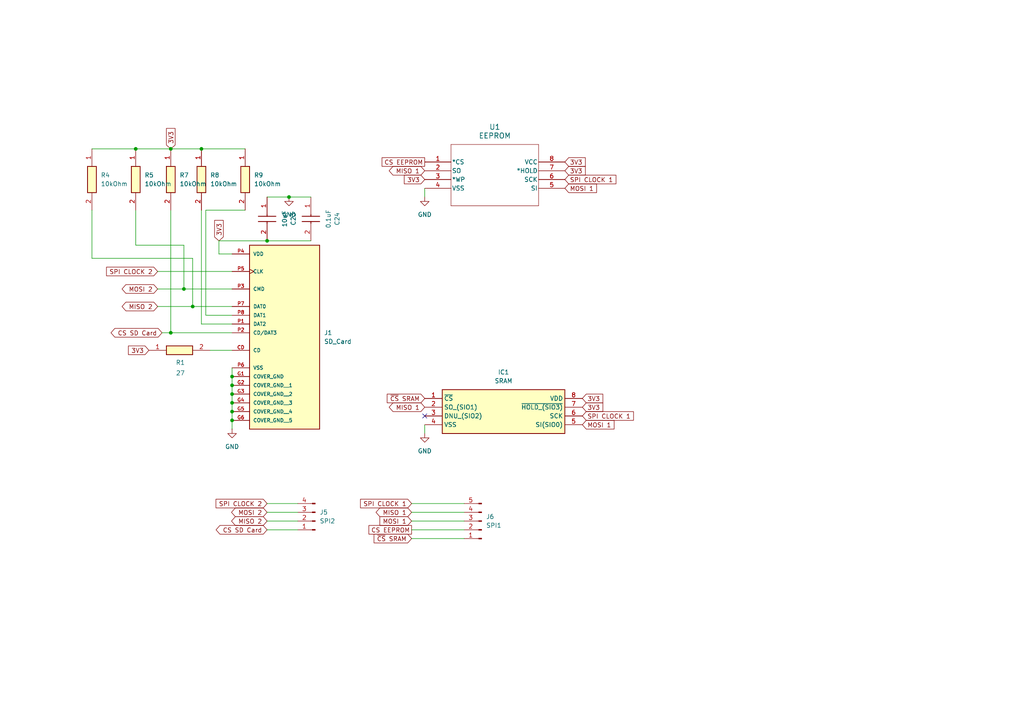
<source format=kicad_sch>
(kicad_sch (version 20231120) (generator "eeschema") (generator_version "8.0")
  (paper "A4")
  (lib_symbols
    (symbol "Connector:Conn_01x04_Pin" (pin_names (offset 1.016) hide)
      (property "Reference" "J" (at 0 5.08 0))
      (property "Value" "Conn_01x04_Pin" (at 0 -7.62 0))
      (symbol "Conn_01x04_Pin_1_1"
        (polyline (pts (xy 1.27 -5.08) (xy 0.8636 -5.08)) (stroke (width 0.1524)))
        (polyline (pts (xy 1.27 -2.54) (xy 0.8636 -2.54)) (stroke (width 0.1524)))
        (polyline (pts (xy 1.27 0) (xy 0.8636 0)) (stroke (width 0.1524)))
        (polyline (pts (xy 1.27 2.54) (xy 0.8636 2.54)) (stroke (width 0.1524)))
        (rectangle (start 0.8636 -4.953) (end 0 -5.207) (stroke (width 0.1524)) (fill (type outline)))
        (rectangle (start 0.8636 -2.413) (end 0 -2.667) (stroke (width 0.1524)) (fill (type outline)))
        (rectangle (start 0.8636 0.127) (end 0 -0.127) (stroke (width 0.1524)) (fill (type outline)))
        (rectangle (start 0.8636 2.667) (end 0 2.413) (stroke (width 0.1524)) (fill (type outline)))
        (pin passive line (at 5.08 2.54 180) (length 3.81) (name "Pin_1") (number "1"))
        (pin passive line (at 5.08 0 180) (length 3.81) (name "Pin_2") (number "2"))
        (pin passive line (at 5.08 -2.54 180) (length 3.81) (name "Pin_3") (number "3"))
        (pin passive line (at 5.08 -5.08 180) (length 3.81) (name "Pin_4") (number "4"))
      )
    )
    (symbol "Connector:Conn_01x05_Pin" (pin_names (offset 1.016) hide)
      (property "Reference" "J" (at 0 7.62 0))
      (property "Value" "Conn_01x05_Pin" (at 0 -7.62 0))
      (symbol "Conn_01x05_Pin_1_1"
        (polyline (pts (xy 1.27 -5.08) (xy 0.8636 -5.08)) (stroke (width 0.1524)))
        (polyline (pts (xy 1.27 -2.54) (xy 0.8636 -2.54)) (stroke (width 0.1524)))
        (polyline (pts (xy 1.27 0) (xy 0.8636 0)) (stroke (width 0.1524)))
        (polyline (pts (xy 1.27 2.54) (xy 0.8636 2.54)) (stroke (width 0.1524)))
        (polyline (pts (xy 1.27 5.08) (xy 0.8636 5.08)) (stroke (width 0.1524)))
        (rectangle (start 0.8636 -4.953) (end 0 -5.207) (stroke (width 0.1524)) (fill (type outline)))
        (rectangle (start 0.8636 -2.413) (end 0 -2.667) (stroke (width 0.1524)) (fill (type outline)))
        (rectangle (start 0.8636 0.127) (end 0 -0.127) (stroke (width 0.1524)) (fill (type outline)))
        (rectangle (start 0.8636 2.667) (end 0 2.413) (stroke (width 0.1524)) (fill (type outline)))
        (rectangle (start 0.8636 5.207) (end 0 4.953) (stroke (width 0.1524)) (fill (type outline)))
        (pin passive line (at 5.08 5.08 180) (length 3.81) (name "Pin_1") (number "1"))
        (pin passive line (at 5.08 2.54 180) (length 3.81) (name "Pin_2") (number "2"))
        (pin passive line (at 5.08 0 180) (length 3.81) (name "Pin_3") (number "3"))
        (pin passive line (at 5.08 -2.54 180) (length 3.81) (name "Pin_4") (number "4"))
        (pin passive line (at 5.08 -5.08 180) (length 3.81) (name "Pin_5") (number "5"))
      )
    )
    (symbol "group127:0805Capacitor" (pin_names hide)
      (property "Reference" "C" (at 8.89 6.35 0))
      (property "Value" "0805Capacitor" (at 8.89 3.81 0))
      (symbol "0805Capacitor_1_1"
        (polyline (pts (xy 5.08 0) (xy 5.588 0)) (stroke (width 0.254)))
        (polyline (pts (xy 5.588 2.54) (xy 5.588 -2.54)) (stroke (width 0.254)))
        (polyline (pts (xy 7.112 0) (xy 7.62 0)) (stroke (width 0.254)))
        (polyline (pts (xy 7.112 2.54) (xy 7.112 -2.54)) (stroke (width 0.254)))
        (pin passive line (at 0 0 0) (length 5.08) (name "1") (number "1"))
        (pin passive line (at 12.7 0 180) (length 5.08) (name "2") (number "2"))
      )
    )
    (symbol "group127:CAT25160VI-GT3" (pin_names (offset 0.254))
      (property "Reference" "U" (at 20.32 10.16 0))
      (property "Value" "CAT25160VI-GT3" (at 20.32 7.62 0))
      (symbol "CAT25160VI-GT3_0_1"
        (polyline (pts (xy 7.62 -12.7) (xy 33.02 -12.7)) (stroke (width 0.127)))
        (polyline (pts (xy 7.62 5.08) (xy 7.62 -12.7)) (stroke (width 0.127)))
        (polyline (pts (xy 33.02 -12.7) (xy 33.02 5.08)) (stroke (width 0.127)))
        (polyline (pts (xy 33.02 5.08) (xy 7.62 5.08)) (stroke (width 0.127)))
        (pin unspecified line (at 0 0 0) (length 7.62) (name "*CS") (number "1"))
        (pin output line (at 0 -2.54 0) (length 7.62) (name "SO") (number "2"))
        (pin unspecified line (at 0 -5.08 0) (length 7.62) (name "*WP") (number "3"))
        (pin power_in line (at 0 -7.62 0) (length 7.62) (name "VSS") (number "4"))
        (pin input line (at 40.64 -7.62 180) (length 7.62) (name "SI") (number "5"))
        (pin unspecified line (at 40.64 -5.08 180) (length 7.62) (name "SCK") (number "6"))
        (pin input line (at 40.64 -2.54 180) (length 7.62) (name "*HOLD") (number "7"))
        (pin power_in line (at 40.64 0 180) (length 7.62) (name "VCC") (number "8"))
      )
    )
    (symbol "group127:MSD-12-A" (pin_names (offset 1.016))
      (property "Reference" "J" (at -10.16 21.082 0))
      (property "Value" "MSD-12-A" (at -10.16 -35.56 0))
      (symbol "MSD-12-A_0_0"
        (rectangle (start -10.16 20.32) (end 10.16 -33.02) (stroke (width 0.254)) (fill (type background)))
        (pin passive line (at -15.24 -10.16 0) (length 5.08) (name "CD") (number "CD"))
        (pin power_in line (at -15.24 -17.78 0) (length 5.08) (name "COVER_GND") (number "G1"))
        (pin power_in line (at -15.24 -20.32 0) (length 5.08) (name "COVER_GND__1") (number "G2"))
        (pin power_in line (at -15.24 -22.86 0) (length 5.08) (name "COVER_GND__2") (number "G3"))
        (pin power_in line (at -15.24 -25.4 0) (length 5.08) (name "COVER_GND__3") (number "G4"))
        (pin power_in line (at -15.24 -27.94 0) (length 5.08) (name "COVER_GND__4") (number "G5"))
        (pin power_in line (at -15.24 -30.48 0) (length 5.08) (name "COVER_GND__5") (number "G6"))
        (pin bidirectional line (at -15.24 -2.54 0) (length 5.08) (name "DAT2") (number "P1"))
        (pin bidirectional line (at -15.24 -5.08 0) (length 5.08) (name "CD/DAT3") (number "P2"))
        (pin bidirectional line (at -15.24 7.62 0) (length 5.08) (name "CMD") (number "P3"))
        (pin power_in line (at -15.24 17.78 0) (length 5.08) (name "VDD") (number "P4"))
        (pin input clock (at -15.24 12.7 0) (length 5.08) (name "CLK") (number "P5"))
        (pin power_in line (at -15.24 -15.24 0) (length 5.08) (name "VSS") (number "P6"))
        (pin bidirectional line (at -15.24 2.54 0) (length 5.08) (name "DAT0") (number "P7"))
        (pin bidirectional line (at -15.24 0 0) (length 5.08) (name "DAT1") (number "P8"))
      )
    )
    (symbol "group127:Resistor" (pin_names hide)
      (property "Reference" "R" (at 13.97 6.35 0))
      (property "Value" "Resistor" (at 13.97 3.81 0))
      (symbol "Resistor_1_1"
        (rectangle (start 5.08 1.27) (end 12.7 -1.27) (stroke (width 0.254)) (fill (type background)))
        (pin passive line (at 0 0 0) (length 5.08) (name "1") (number "1"))
        (pin passive line (at 17.78 0 180) (length 5.08) (name "2") (number "2"))
      )
    )
    (symbol "group127:SRAM"
      (property "Reference" "IC" (at 41.91 7.62 0))
      (property "Value" "SRAM" (at 41.91 5.08 0))
      (symbol "SRAM_1_1"
        (rectangle (start 5.08 2.54) (end 40.64 -10.16) (stroke (width 0.254)) (fill (type background)))
        (pin input line (at 0 0 0) (length 5.08) (name "~{CS}") (number "1"))
        (pin bidirectional line (at 0 -2.54 0) (length 5.08) (name "SO_(SIO1)") (number "2"))
        (pin passive line (at 0 -5.08 0) (length 5.08) (name "DNU_(SIO2)") (number "3"))
        (pin power_in line (at 0 -7.62 0) (length 5.08) (name "VSS") (number "4"))
        (pin input line (at 45.72 -7.62 180) (length 5.08) (name "SI(SIO0)") (number "5"))
        (pin input line (at 45.72 -5.08 180) (length 5.08) (name "SCK") (number "6"))
        (pin passive line (at 45.72 -2.54 180) (length 5.08) (name "~{HOLD_(SIO3)}") (number "7"))
        (pin power_in line (at 45.72 0 180) (length 5.08) (name "VDD") (number "8"))
      )
    )
    (symbol "power:GND" (power) (pin_numbers hide) (pin_names (offset 0) hide)
      (property "Value" "GND" (at 0 -3.81 0))
      (symbol "GND_0_1"
        (polyline (pts (xy 0 0) (xy 0 -1.27) (xy 1.27 -1.27) (xy 0 -2.54) (xy -1.27 -1.27) (xy 0 -1.27)))
      )
      (symbol "GND_1_1"
        (pin power_in line (at 0 0 270) (length 0) (name "~") (number "1"))
      )
    )
  )
  (junction (at 49.53 43.18))
  (junction (at 55.88 88.9))
  (junction (at 67.31 121.92))
  (junction (at 77.47 69.85))
  (junction (at 58.42 43.18))
  (junction (at 39.37 43.18))
  (junction (at 49.53 96.52))
  (junction (at 67.31 119.38))
  (junction (at 67.31 114.3))
  (junction (at 67.31 111.76))
  (junction (at 53.34 83.82))
  (junction (at 67.31 116.84))
  (junction (at 67.31 109.22))
  (junction (at 83.82 57.15))
  (no_connect (at 123.19 120.65))
  (wire (pts (xy 67.31 109.22) (xy 67.31 111.76)))
  (wire (pts (xy 59.69 91.44) (xy 67.31 91.44)))
  (wire (pts (xy 58.42 93.98) (xy 58.42 60.96)))
  (wire (pts (xy 39.37 43.18) (xy 49.53 43.18)))
  (wire (pts (xy 39.37 71.12) (xy 53.34 71.12)))
  (wire (pts (xy 26.67 43.18) (xy 39.37 43.18)))
  (wire (pts (xy 60.96 101.6) (xy 67.31 101.6)))
  (wire (pts (xy 67.31 116.84) (xy 67.31 119.38)))
  (wire (pts (xy 49.53 43.18) (xy 58.42 43.18)))
  (wire (pts (xy 45.72 83.82) (xy 53.34 83.82)))
  (wire (pts (xy 71.12 60.96) (xy 59.69 60.96)))
  (wire (pts (xy 58.42 43.18) (xy 71.12 43.18)))
  (wire (pts (xy 55.88 88.9) (xy 67.31 88.9)))
  (wire (pts (xy 45.72 88.9) (xy 55.88 88.9)))
  (wire (pts (xy 119.38 148.59) (xy 134.62 148.59)))
  (wire (pts (xy 77.47 148.59) (xy 86.36 148.59)))
  (wire (pts (xy 77.47 151.13) (xy 86.36 151.13)))
  (wire (pts (xy 39.37 60.96) (xy 39.37 71.12)))
  (wire (pts (xy 26.67 60.96) (xy 26.67 74.93)))
  (wire (pts (xy 63.5 73.66) (xy 67.31 73.66)))
  (wire (pts (xy 123.19 54.61) (xy 123.19 57.15)))
  (wire (pts (xy 53.34 83.82) (xy 67.31 83.82)))
  (wire (pts (xy 67.31 121.92) (xy 67.31 124.46)))
  (wire (pts (xy 119.38 156.21) (xy 134.62 156.21)))
  (wire (pts (xy 119.38 151.13) (xy 134.62 151.13)))
  (wire (pts (xy 77.47 69.85) (xy 90.17 69.85)))
  (wire (pts (xy 67.31 111.76) (xy 67.31 114.3)))
  (wire (pts (xy 49.53 96.52) (xy 49.53 60.96)))
  (wire (pts (xy 77.47 57.15) (xy 83.82 57.15)))
  (wire (pts (xy 53.34 71.12) (xy 53.34 83.82)))
  (wire (pts (xy 119.38 153.67) (xy 134.62 153.67)))
  (wire (pts (xy 77.47 146.05) (xy 86.36 146.05)))
  (wire (pts (xy 63.5 69.85) (xy 77.47 69.85)))
  (wire (pts (xy 67.31 93.98) (xy 58.42 93.98)))
  (wire (pts (xy 55.88 74.93) (xy 55.88 88.9)))
  (wire (pts (xy 123.19 125.73) (xy 123.19 123.19)))
  (wire (pts (xy 26.67 74.93) (xy 55.88 74.93)))
  (wire (pts (xy 119.38 146.05) (xy 134.62 146.05)))
  (wire (pts (xy 83.82 57.15) (xy 90.17 57.15)))
  (wire (pts (xy 46.99 96.52) (xy 49.53 96.52)))
  (wire (pts (xy 67.31 106.68) (xy 67.31 109.22)))
  (wire (pts (xy 67.31 119.38) (xy 67.31 121.92)))
  (wire (pts (xy 63.5 69.85) (xy 63.5 73.66)))
  (wire (pts (xy 77.47 153.67) (xy 86.36 153.67)))
  (wire (pts (xy 45.72 78.74) (xy 67.31 78.74)))
  (wire (pts (xy 67.31 114.3) (xy 67.31 116.84)))
  (wire (pts (xy 67.31 96.52) (xy 49.53 96.52)))
  (wire (pts (xy 59.69 60.96) (xy 59.69 91.44)))
  (global_label "3V3" (shape input) (at 163.83 49.53 0) (property "Intersheetrefs" "${INTERSHEET_REFS}" (effects (hide yes))))
  (global_label "MISO 1" (shape bidirectional) (at 123.19 49.53 180) (property "Intersheetrefs" "${INTERSHEET_REFS}" (effects (hide yes))))
  (global_label "SPI CLOCK 1" (shape input) (at 163.83 52.07 0) (property "Intersheetrefs" "${INTERSHEET_REFS}" (effects (hide yes))))
  (global_label "CS EEPROM" (shape passive) (at 123.19 46.99 180) (property "Intersheetrefs" "${INTERSHEET_REFS}" (effects (hide yes))))
  (global_label "3V3" (shape input) (at 123.19 52.07 180) (property "Intersheetrefs" "${INTERSHEET_REFS}" (effects (hide yes))))
  (global_label "MOSI 2" (shape bidirectional) (at 45.72 83.82 180) (property "Intersheetrefs" "${INTERSHEET_REFS}" (effects (hide yes))))
  (global_label "SPI CLOCK 1" (shape input) (at 119.38 146.05 180) (property "Intersheetrefs" "${INTERSHEET_REFS}" (effects (hide yes))))
  (global_label "3V3" (shape input) (at 168.91 115.57 0) (property "Intersheetrefs" "${INTERSHEET_REFS}" (effects (hide yes))))
  (global_label "MOSI 1" (shape input) (at 163.83 54.61 0) (property "Intersheetrefs" "${INTERSHEET_REFS}" (effects (hide yes))))
  (global_label "3V3" (shape input) (at 63.5 69.85 90) (property "Intersheetrefs" "${INTERSHEET_REFS}" (effects (hide yes))))
  (global_label "3V3" (shape input) (at 168.91 118.11 0) (property "Intersheetrefs" "${INTERSHEET_REFS}" (effects (hide yes))))
  (global_label "CS EEPROM" (shape passive) (at 119.38 153.67 180) (property "Intersheetrefs" "${INTERSHEET_REFS}" (effects (hide yes))))
  (global_label "SPI CLOCK 2" (shape input) (at 77.47 146.05 180) (property "Intersheetrefs" "${INTERSHEET_REFS}" (effects (hide yes))))
  (global_label "3V3" (shape input) (at 49.53 43.18 90) (property "Intersheetrefs" "${INTERSHEET_REFS}" (effects (hide yes))))
  (global_label "MOSI 1" (shape input) (at 119.38 151.13 180) (property "Intersheetrefs" "${INTERSHEET_REFS}" (effects (hide yes))))
  (global_label "3V3" (shape input) (at 43.18 101.6 180) (property "Intersheetrefs" "${INTERSHEET_REFS}" (effects (hide yes))))
  (global_label "~{CS} SRAM" (shape input) (at 119.38 156.21 180) (property "Intersheetrefs" "${INTERSHEET_REFS}" (effects (hide yes))))
  (global_label "3V3" (shape input) (at 163.83 46.99 0) (property "Intersheetrefs" "${INTERSHEET_REFS}" (effects (hide yes))))
  (global_label "MISO 2" (shape bidirectional) (at 77.47 151.13 180) (property "Intersheetrefs" "${INTERSHEET_REFS}" (effects (hide yes))))
  (global_label "MOSI 1" (shape input) (at 168.91 123.19 0) (property "Intersheetrefs" "${INTERSHEET_REFS}" (effects (hide yes))))
  (global_label "CS SD Card" (shape bidirectional) (at 77.47 153.67 180) (property "Intersheetrefs" "${INTERSHEET_REFS}" (effects (hide yes))))
  (global_label "MOSI 2" (shape bidirectional) (at 77.47 148.59 180) (property "Intersheetrefs" "${INTERSHEET_REFS}" (effects (hide yes))))
  (global_label "MISO 2" (shape bidirectional) (at 45.72 88.9 180) (property "Intersheetrefs" "${INTERSHEET_REFS}" (effects (hide yes))))
  (global_label "MISO 1" (shape bidirectional) (at 123.19 118.11 180) (property "Intersheetrefs" "${INTERSHEET_REFS}" (effects (hide yes))))
  (global_label "~{CS} SRAM" (shape input) (at 123.19 115.57 180) (property "Intersheetrefs" "${INTERSHEET_REFS}" (effects (hide yes))))
  (global_label "SPI CLOCK 2" (shape input) (at 45.72 78.74 180) (property "Intersheetrefs" "${INTERSHEET_REFS}" (effects (hide yes))))
  (global_label "MISO 1" (shape bidirectional) (at 119.38 148.59 180) (property "Intersheetrefs" "${INTERSHEET_REFS}" (effects (hide yes))))
  (global_label "SPI CLOCK 1" (shape input) (at 168.91 120.65 0) (property "Intersheetrefs" "${INTERSHEET_REFS}" (effects (hide yes))))
  (global_label "CS SD Card" (shape bidirectional) (at 46.99 96.52 180) (property "Intersheetrefs" "${INTERSHEET_REFS}" (effects (hide yes))))
  (symbol (lib_id "power:GND") (at 67.31 124.46 0) (unit 1)
    (property "Reference" "#PWR02" (effects (hide yes)))
    (property "Value" "GND" (at 67.31 129.54 0))
    (property "Description" "Power symbol creates a global label with name \"GND\" , ground" (effects (hide yes)))
  )
  (symbol (lib_id "Connector:Conn_01x05_Pin") (at 139.7 151.13 180) (unit 1)
    (property "Reference" "J6" (at 140.97 149.8599 0) (effects (justify right)))
    (property "Value" "SPI1" (at 140.97 152.3999 0) (effects (justify right)))
    (property "Footprint" "Connector_PinHeader_2.54mm:PinHeader_1x05_P2.54mm_Vertical" (effects (hide yes)))
    (property "Description" "Generic connector, single row, 01x05, script generated" (effects (hide yes)))
  )
  (symbol (lib_id "group127:Resistor") (at 49.53 43.18 270) (unit 1)
    (property "Reference" "R7" (at 52.07 50.7999 90) (effects (justify left)))
    (property "Value" "10kOhm" (at 52.07 53.3399 90) (effects (justify left)))
    (property "Footprint" "Resistor_SMD:R_0805_2012Metric" (effects (hide yes)))
    (property "Datasheet" "https://www.bourns.com/pdfs/chpreztr.pdf" (effects (hide yes)))
    (property "Description" "Thick Film Resistors - SMD 270ohm 1%" (effects (hide yes)))
    (property "Height" "0.6" (effects (hide yes)))
    (property "Mouser Part Number" "652-CR0805FX-2700ELF" (effects (hide yes)))
    (property "Mouser Price/Stock" "https://www.mouser.co.uk/ProductDetail/Bourns/CR0805-FX-2700ELF?qs=4vGXhLEMbUwfoxAMFQ260A%3D%3D" (effects (hide yes)))
    (property "Manufacturer_Name" "Bourns" (effects (hide yes)))
    (property "Manufacturer_Part_Number" "CR0805-FX-2700ELF" (effects (hide yes)))
  )
  (symbol (lib_id "group127:SRAM") (at 123.19 115.57 0) (unit 1)
    (property "Reference" "IC1" (at 146.05 107.95 0))
    (property "Value" "SRAM" (at 146.05 110.49 0))
    (property "Footprint" "group127:SRAM" (effects (hide yes)))
    (property "Datasheet" "https://componentsearchengine.com/Datasheets/1/IS62WVS2568GBLL-45NLI-TR.pdf" (effects (hide yes)))
    (property "Description" "SRAM 2Mb 256Kx8 45MHz 2.2-3.6V Serial SRAM" (effects (hide yes)))
    (property "Height" "1.75" (effects (hide yes)))
    (property "Mouser Part Number" "870-62WS2568GBL4NLIT" (effects (hide yes)))
    (property "Mouser Price/Stock" "https://www.mouser.co.uk/ProductDetail/ISSI/IS62WVS2568GBLL-45NLI-TR?qs=F5EMLAvA7IDi1b3lWvG69A%3D%3D" (effects (hide yes)))
    (property "Manufacturer_Name" "Integrated Silicon Solution Inc." (effects (hide yes)))
    (property "Manufacturer_Part_Number" "IS62WVS2568GBLL-45NLI-TR" (effects (hide yes)))
  )
  (symbol (lib_id "group127:Resistor") (at 58.42 43.18 270) (unit 1)
    (property "Reference" "R8" (at 60.96 50.7999 90) (effects (justify left)))
    (property "Value" "10kOhm" (at 60.96 53.3399 90) (effects (justify left)))
    (property "Footprint" "Resistor_SMD:R_0805_2012Metric" (effects (hide yes)))
    (property "Datasheet" "https://www.bourns.com/pdfs/chpreztr.pdf" (effects (hide yes)))
    (property "Description" "Thick Film Resistors - SMD 270ohm 1%" (effects (hide yes)))
    (property "Height" "0.6" (effects (hide yes)))
    (property "Mouser Part Number" "652-CR0805FX-2700ELF" (effects (hide yes)))
    (property "Mouser Price/Stock" "https://www.mouser.co.uk/ProductDetail/Bourns/CR0805-FX-2700ELF?qs=4vGXhLEMbUwfoxAMFQ260A%3D%3D" (effects (hide yes)))
    (property "Manufacturer_Name" "Bourns" (effects (hide yes)))
    (property "Manufacturer_Part_Number" "CR0805-FX-2700ELF" (effects (hide yes)))
  )
  (symbol (lib_id "power:GND") (at 123.19 57.15 0) (unit 1)
    (property "Reference" "#PWR03" (effects (hide yes)))
    (property "Value" "GND" (at 123.19 62.23 0))
    (property "Description" "Power symbol creates a global label with name \"GND\" , ground" (effects (hide yes)))
  )
  (symbol (lib_id "power:GND") (at 123.19 125.73 0) (unit 1)
    (property "Reference" "#PWR01" (effects (hide yes)))
    (property "Value" "GND" (at 123.19 130.81 0))
    (property "Description" "Power symbol creates a global label with name \"GND\" , ground" (effects (hide yes)))
  )
  (symbol (lib_id "group127:CAT25160VI-GT3") (at 123.19 46.99 0) (unit 1)
    (property "Reference" "U1" (at 143.51 36.83 0) (effects (font (size 1.524 1.524))))
    (property "Value" "EEPROM" (at 143.51 39.37 0) (effects (font (size 1.524 1.524))))
    (property "Footprint" "group127:EEPROM" (effects (hide yes)))
    (property "Datasheet" "CAT25160VI-GT3" (effects (hide yes)))
  )
  (symbol (lib_id "group127:0805Capacitor") (at 90.17 57.15 270) (unit 1)
    (property "Reference" "C24" (at 97.79 63.5 0))
    (property "Value" "0.1uF" (at 95.25 63.5 0))
    (property "Footprint" "Capacitor_SMD:C_0805_2012Metric" (effects (hide yes)))
    (property "Datasheet" "http://datasheets.avx.com/X7RDielectric.pdf" (effects (hide yes)))
    (property "Description" "0805 X7R ceramic capacitor,100nF 50V AVX 0805 Standard 100nF Ceramic Multilayer Capacitor, 50 V dc, +125degC, X7R Dielectric,  /-10% SMD" (effects (hide yes)))
    (property "Height" "0.94" (effects (hide yes)))
    (property "Mouser Part Number" "581-08055C104K" (effects (hide yes)))
    (property "Mouser Price/Stock" "https://www.mouser.co.uk/ProductDetail/KYOCERA-AVX/08055C104KAT2A?qs=2ujN4bDBNE9mJvapP%252BjopA%3D%3D" (effects (hide yes)))
    (property "Manufacturer_Name" "Kyocera AVX" (effects (hide yes)))
    (property "Manufacturer_Part_Number" "08055C104KAT2A" (effects (hide yes)))
  )
  (symbol (lib_id "power:GND") (at 83.82 57.15 0) (unit 1)
    (property "Reference" "#PWR035" (effects (hide yes)))
    (property "Value" "GND" (at 83.82 62.23 0))
    (property "Description" "Power symbol creates a global label with name \"GND\" , ground" (effects (hide yes)))
  )
  (symbol (lib_id "group127:Resistor") (at 26.67 43.18 270) (unit 1)
    (property "Reference" "R4" (at 29.21 50.7999 90) (effects (justify left)))
    (property "Value" "10kOhm" (at 29.21 53.3399 90) (effects (justify left)))
    (property "Footprint" "Resistor_SMD:R_0805_2012Metric" (effects (hide yes)))
    (property "Datasheet" "https://www.bourns.com/pdfs/chpreztr.pdf" (effects (hide yes)))
    (property "Description" "Thick Film Resistors - SMD 270ohm 1%" (effects (hide yes)))
    (property "Height" "0.6" (effects (hide yes)))
    (property "Mouser Part Number" "652-CR0805FX-2700ELF" (effects (hide yes)))
    (property "Mouser Price/Stock" "https://www.mouser.co.uk/ProductDetail/Bourns/CR0805-FX-2700ELF?qs=4vGXhLEMbUwfoxAMFQ260A%3D%3D" (effects (hide yes)))
    (property "Manufacturer_Name" "Bourns" (effects (hide yes)))
    (property "Manufacturer_Part_Number" "CR0805-FX-2700ELF" (effects (hide yes)))
  )
  (symbol (lib_id "group127:Resistor") (at 71.12 43.18 270) (unit 1)
    (property "Reference" "R9" (at 73.66 50.7999 90) (effects (justify left)))
    (property "Value" "10kOhm" (at 73.66 53.3399 90) (effects (justify left)))
    (property "Footprint" "Resistor_SMD:R_0805_2012Metric" (effects (hide yes)))
    (property "Datasheet" "https://www.bourns.com/pdfs/chpreztr.pdf" (effects (hide yes)))
    (property "Description" "Thick Film Resistors - SMD 270ohm 1%" (effects (hide yes)))
    (property "Height" "0.6" (effects (hide yes)))
    (property "Mouser Part Number" "652-CR0805FX-2700ELF" (effects (hide yes)))
    (property "Mouser Price/Stock" "https://www.mouser.co.uk/ProductDetail/Bourns/CR0805-FX-2700ELF?qs=4vGXhLEMbUwfoxAMFQ260A%3D%3D" (effects (hide yes)))
    (property "Manufacturer_Name" "Bourns" (effects (hide yes)))
    (property "Manufacturer_Part_Number" "CR0805-FX-2700ELF" (effects (hide yes)))
  )
  (symbol (lib_id "group127:Resistor") (at 39.37 43.18 270) (unit 1)
    (property "Reference" "R5" (at 41.91 50.7999 90) (effects (justify left)))
    (property "Value" "10kOhm" (at 41.91 53.3399 90) (effects (justify left)))
    (property "Footprint" "Resistor_SMD:R_0805_2012Metric" (effects (hide yes)))
    (property "Datasheet" "https://www.bourns.com/pdfs/chpreztr.pdf" (effects (hide yes)))
    (property "Description" "Thick Film Resistors - SMD 270ohm 1%" (effects (hide yes)))
    (property "Height" "0.6" (effects (hide yes)))
    (property "Mouser Part Number" "652-CR0805FX-2700ELF" (effects (hide yes)))
    (property "Mouser Price/Stock" "https://www.mouser.co.uk/ProductDetail/Bourns/CR0805-FX-2700ELF?qs=4vGXhLEMbUwfoxAMFQ260A%3D%3D" (effects (hide yes)))
    (property "Manufacturer_Name" "Bourns" (effects (hide yes)))
    (property "Manufacturer_Part_Number" "CR0805-FX-2700ELF" (effects (hide yes)))
  )
  (symbol (lib_id "Connector:Conn_01x04_Pin") (at 91.44 151.13 180) (unit 1)
    (property "Reference" "J5" (at 92.71 148.5899 0) (effects (justify right)))
    (property "Value" "SPI2" (at 92.71 151.1299 0) (effects (justify right)))
    (property "Footprint" "Connector_PinHeader_2.54mm:PinHeader_1x04_P2.54mm_Vertical" (effects (hide yes)))
    (property "Description" "Generic connector, single row, 01x04, script generated" (effects (hide yes)))
  )
  (symbol (lib_id "group127:0805Capacitor") (at 77.47 57.15 270) (unit 1)
    (property "Reference" "C23" (at 85.09 63.5 0))
    (property "Value" "10uF" (at 82.55 63.5 0))
    (property "Footprint" "Capacitor_SMD:C_0805_2012Metric" (effects (hide yes)))
    (property "Datasheet" "http://datasheets.avx.com/X7RDielectric.pdf" (effects (hide yes)))
    (property "Description" "0805 X7R ceramic capacitor,100nF 50V AVX 0805 Standard 100nF Ceramic Multilayer Capacitor, 50 V dc, +125degC, X7R Dielectric,  /-10% SMD" (effects (hide yes)))
    (property "Height" "0.94" (effects (hide yes)))
    (property "Mouser Part Number" "581-08055C104K" (effects (hide yes)))
    (property "Mouser Price/Stock" "https://www.mouser.co.uk/ProductDetail/KYOCERA-AVX/08055C104KAT2A?qs=2ujN4bDBNE9mJvapP%252BjopA%3D%3D" (effects (hide yes)))
    (property "Manufacturer_Name" "Kyocera AVX" (effects (hide yes)))
    (property "Manufacturer_Part_Number" "08055C104KAT2A" (effects (hide yes)))
  )
  (symbol (lib_id "group127:MSD-12-A") (at 82.55 91.44 0) (unit 1)
    (property "Reference" "J1" (at 93.98 96.5199 0) (effects (justify left)))
    (property "Value" "SD_Card" (at 93.98 99.0599 0) (effects (justify left)))
    (property "Footprint" "group127:SDCard" (effects (hide yes)))
    (property "PARTREV" "1.0" (effects (hide yes)))
    (property "STANDARD" "Manufacturer Recommendations" (effects (hide yes)))
    (property "MAXIMUM_PACKAGE_HEIGHT" "1.6mm" (effects (hide yes)))
    (property "MANUFACTURER" "CUI Devices" (effects (hide yes)))
  )
  (symbol (lib_id "group127:Resistor") (at 43.18 101.6 0) (unit 1)
    (property "Reference" "R1" (at 52.324 105.156 0))
    (property "Value" "27" (at 52.324 108.204 0))
    (property "Footprint" "Resistor_SMD:R_0805_2012Metric" (effects (hide yes)))
    (property "Datasheet" "https://www.bourns.com/pdfs/chpreztr.pdf" (effects (hide yes)))
    (property "Description" "Thick Film Resistors - SMD 270ohm 1%" (effects (hide yes)))
    (property "Height" "0.6" (effects (hide yes)))
    (property "Mouser Part Number" "652-CR0805FX-2700ELF" (effects (hide yes)))
    (property "Mouser Price/Stock" "https://www.mouser.co.uk/ProductDetail/Bourns/CR0805-FX-2700ELF?qs=4vGXhLEMbUwfoxAMFQ260A%3D%3D" (effects (hide yes)))
    (property "Manufacturer_Name" "Bourns" (effects (hide yes)))
    (property "Manufacturer_Part_Number" "CR0805-FX-2700ELF" (effects (hide yes)))
  )
)
</source>
